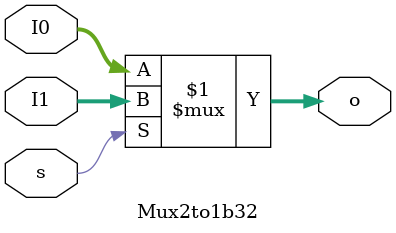
<source format=v>
`timescale 1ps / 1ps


module Mux2to1b32(
		input s,
		input [31:0] I0,
		input [31:0] I1,
		output [31:0] o
    );
	assign o = s ? I1 : I0;

endmodule
</source>
